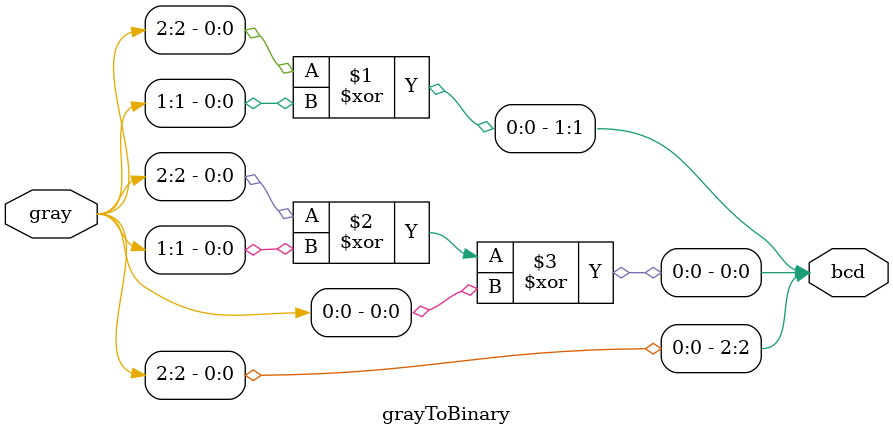
<source format=sv>
module grayToBinary(    
    input logic [2:0] gray,      
	 output logic [2:0] bcd
);

	assign bcd[2] = gray[2];
	assign bcd[1] = gray[2] ^ gray[1];
	assign bcd[0] = gray[2] ^ gray[1] ^ gray[0];

endmodule
</source>
